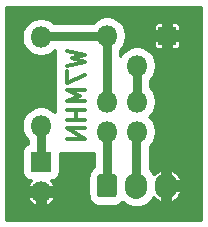
<source format=gbr>
%TF.GenerationSoftware,KiCad,Pcbnew,(5.1.6)-1*%
%TF.CreationDate,2020-09-16T17:07:53-06:00*%
%TF.ProjectId,2n2222 audio amp,326e3232-3232-4206-9175-64696f20616d,rev?*%
%TF.SameCoordinates,PX81d6480PY5163f00*%
%TF.FileFunction,Copper,L1,Top*%
%TF.FilePolarity,Positive*%
%FSLAX46Y46*%
G04 Gerber Fmt 4.6, Leading zero omitted, Abs format (unit mm)*
G04 Created by KiCad (PCBNEW (5.1.6)-1) date 2020-09-16 17:07:53*
%MOMM*%
%LPD*%
G01*
G04 APERTURE LIST*
%TA.AperFunction,NonConductor*%
%ADD10C,0.300000*%
%TD*%
%TA.AperFunction,ComponentPad*%
%ADD11R,1.500000X1.500000*%
%TD*%
%TA.AperFunction,ComponentPad*%
%ADD12O,1.800000X1.800000*%
%TD*%
%TA.AperFunction,ComponentPad*%
%ADD13R,1.700000X1.700000*%
%TD*%
%TA.AperFunction,ComponentPad*%
%ADD14O,1.900000X2.200000*%
%TD*%
%TA.AperFunction,Conductor*%
%ADD15C,0.750000*%
%TD*%
%TA.AperFunction,Conductor*%
%ADD16C,0.254000*%
%TD*%
G04 APERTURE END LIST*
D10*
X5782571Y14961715D02*
X7282571Y14604572D01*
X6211142Y14318858D01*
X7282571Y14033143D01*
X5782571Y13676000D01*
X5782571Y13247429D02*
X5782571Y12247429D01*
X7282571Y12890286D01*
X7282571Y11676000D02*
X5782571Y11676000D01*
X6854000Y11176000D01*
X5782571Y10676000D01*
X7282571Y10676000D01*
X7282571Y9961715D02*
X5782571Y9961715D01*
X6496857Y9961715D02*
X6496857Y9104572D01*
X7282571Y9104572D02*
X5782571Y9104572D01*
X7282571Y8390286D02*
X5782571Y8390286D01*
X7282571Y7533143D01*
X5782571Y7533143D01*
D11*
%TO.P,Q1,1*%
%TO.N,GND*%
X14224000Y16256000D03*
D12*
%TO.P,Q1,3*%
%TO.N,Net-(C1-Pad2)*%
X9144000Y16256000D03*
%TO.P,Q1,2*%
%TO.N,Net-(Q1-Pad2)*%
X11684000Y13716000D03*
%TD*%
%TO.P,R2,1*%
%TO.N,+5V*%
X9144000Y8128000D03*
%TO.P,R2,2*%
%TO.N,Net-(C1-Pad2)*%
X9144000Y10668000D03*
%TD*%
%TO.P,R1,2*%
%TO.N,Net-(J1-Pad2)*%
X11684000Y8128000D03*
%TO.P,R1,1*%
%TO.N,Net-(Q1-Pad2)*%
X11684000Y10668000D03*
%TD*%
%TO.P,J2,2*%
%TO.N,GND*%
X3556000Y3048000D03*
D13*
%TO.P,J2,1*%
%TO.N,Net-(C1-Pad1)*%
X3556000Y5588000D03*
%TD*%
%TO.P,J1,1*%
%TO.N,+5V*%
%TA.AperFunction,ComponentPad*%
G36*
G01*
X8294000Y2830900D02*
X8294000Y4281100D01*
G75*
G02*
X8543900Y4531000I249900J0D01*
G01*
X9744100Y4531000D01*
G75*
G02*
X9994000Y4281100I0J-249900D01*
G01*
X9994000Y2830900D01*
G75*
G02*
X9744100Y2581000I-249900J0D01*
G01*
X8543900Y2581000D01*
G75*
G02*
X8294000Y2830900I0J249900D01*
G01*
G37*
%TD.AperFunction*%
D14*
%TO.P,J1,2*%
%TO.N,Net-(J1-Pad2)*%
X11644000Y3556000D03*
%TO.P,J1,3*%
%TO.N,GND*%
X14144000Y3556000D03*
%TD*%
D12*
%TO.P,C1,2*%
%TO.N,Net-(C1-Pad2)*%
X3556000Y16136000D03*
%TO.P,C1,1*%
%TO.N,Net-(C1-Pad1)*%
X3556000Y8636000D03*
%TD*%
D15*
%TO.N,Net-(C1-Pad2)*%
X3676000Y16256000D02*
X3556000Y16136000D01*
X9144000Y16256000D02*
X3676000Y16256000D01*
X9144000Y16256000D02*
X9144000Y10668000D01*
%TO.N,Net-(C1-Pad1)*%
X3556000Y8636000D02*
X3556000Y5588000D01*
%TO.N,Net-(J1-Pad2)*%
X11644000Y8088000D02*
X11684000Y8128000D01*
X11644000Y3556000D02*
X11644000Y8088000D01*
%TO.N,Net-(Q1-Pad2)*%
X11684000Y10668000D02*
X11684000Y13716000D01*
%TO.N,+5V*%
X9144000Y3556000D02*
X9144000Y8128000D01*
%TD*%
D16*
%TO.N,GND*%
G36*
X17145000Y635000D02*
G01*
X635000Y635000D01*
X635000Y2488537D01*
X2408075Y2488537D01*
X2453059Y2404344D01*
X2599823Y2201539D01*
X2783332Y2031263D01*
X2996534Y1900059D01*
X3183000Y1920922D01*
X3183000Y2675000D01*
X3929000Y2675000D01*
X3929000Y1920922D01*
X4115466Y1900059D01*
X4328668Y2031263D01*
X4512177Y2201539D01*
X4658941Y2404344D01*
X4703925Y2488537D01*
X4678394Y2675000D01*
X3929000Y2675000D01*
X3183000Y2675000D01*
X2433606Y2675000D01*
X2408075Y2488537D01*
X635000Y2488537D01*
X635000Y16296245D01*
X1929000Y16296245D01*
X1929000Y15975755D01*
X1991525Y15661422D01*
X2114172Y15365327D01*
X2292227Y15098848D01*
X2518848Y14872227D01*
X2785327Y14694172D01*
X3081422Y14571525D01*
X3395755Y14509000D01*
X3716245Y14509000D01*
X4030578Y14571525D01*
X4326673Y14694172D01*
X4593152Y14872227D01*
X4722000Y15001075D01*
X4722000Y9770925D01*
X4593152Y9899773D01*
X4326673Y10077828D01*
X4030578Y10200475D01*
X3716245Y10263000D01*
X3395755Y10263000D01*
X3081422Y10200475D01*
X2785327Y10077828D01*
X2518848Y9899773D01*
X2292227Y9673152D01*
X2114172Y9406673D01*
X1991525Y9110578D01*
X1929000Y8796245D01*
X1929000Y8475755D01*
X1991525Y8161422D01*
X2114172Y7865327D01*
X2292227Y7598848D01*
X2454000Y7437075D01*
X2454000Y7121269D01*
X2426443Y7112910D01*
X2300147Y7045403D01*
X2189446Y6954554D01*
X2098597Y6843853D01*
X2031090Y6717557D01*
X1989520Y6580517D01*
X1975483Y6438000D01*
X1975483Y4738000D01*
X1989520Y4595483D01*
X2031090Y4458443D01*
X2098597Y4332147D01*
X2189446Y4221446D01*
X2300147Y4130597D01*
X2426443Y4063090D01*
X2563483Y4021520D01*
X2706000Y4007483D01*
X2721629Y4007483D01*
X2599823Y3894461D01*
X2453059Y3691656D01*
X2408075Y3607463D01*
X2433606Y3421000D01*
X3183000Y3421000D01*
X3183000Y3441000D01*
X3929000Y3441000D01*
X3929000Y3421000D01*
X4678394Y3421000D01*
X4703925Y3607463D01*
X4658941Y3691656D01*
X4512177Y3894461D01*
X4390371Y4007483D01*
X4406000Y4007483D01*
X4548517Y4021520D01*
X4685557Y4063090D01*
X4811853Y4130597D01*
X4922554Y4221446D01*
X5013403Y4332147D01*
X5080910Y4458443D01*
X5122480Y4595483D01*
X5136517Y4738000D01*
X5136517Y6299000D01*
X8042001Y6299000D01*
X8042000Y5119159D01*
X7999209Y5096287D01*
X7850640Y4974360D01*
X7728713Y4825791D01*
X7638113Y4656289D01*
X7582321Y4472370D01*
X7563483Y4281100D01*
X7563483Y2830900D01*
X7582321Y2639630D01*
X7638113Y2455711D01*
X7728713Y2286209D01*
X7850640Y2137640D01*
X7999209Y2015713D01*
X8168711Y1925113D01*
X8352630Y1869321D01*
X8543900Y1850483D01*
X9744100Y1850483D01*
X9935370Y1869321D01*
X10119289Y1925113D01*
X10288791Y2015713D01*
X10437360Y2137640D01*
X10481095Y2190931D01*
X10707802Y2004879D01*
X10999136Y1849158D01*
X11315252Y1753265D01*
X11644000Y1720886D01*
X11972749Y1753265D01*
X12288865Y1849158D01*
X12580199Y2004879D01*
X12835556Y2214444D01*
X13045121Y2469801D01*
X13113731Y2598162D01*
X13156101Y2539075D01*
X13344212Y2363003D01*
X13563058Y2227013D01*
X13576373Y2206530D01*
X13771000Y2231035D01*
X13771000Y3183000D01*
X14517000Y3183000D01*
X14517000Y2231035D01*
X14711627Y2206530D01*
X14724942Y2227013D01*
X14943788Y2363003D01*
X15131899Y2539075D01*
X15282046Y2748462D01*
X15388458Y2983118D01*
X15345040Y3183000D01*
X14517000Y3183000D01*
X13771000Y3183000D01*
X13751000Y3183000D01*
X13751000Y3929000D01*
X13771000Y3929000D01*
X13771000Y4880965D01*
X14517000Y4880965D01*
X14517000Y3929000D01*
X15345040Y3929000D01*
X15388458Y4128882D01*
X15282046Y4363538D01*
X15131899Y4572925D01*
X14943788Y4748997D01*
X14724942Y4884987D01*
X14711627Y4905470D01*
X14517000Y4880965D01*
X13771000Y4880965D01*
X13576373Y4905470D01*
X13563058Y4884987D01*
X13344212Y4748997D01*
X13156101Y4572925D01*
X13113731Y4513838D01*
X13045121Y4642199D01*
X12835556Y4897556D01*
X12746000Y4971052D01*
X12746000Y6889075D01*
X12947773Y7090848D01*
X13125828Y7357327D01*
X13248475Y7653422D01*
X13311000Y7967755D01*
X13311000Y8288245D01*
X13248475Y8602578D01*
X13125828Y8898673D01*
X12947773Y9165152D01*
X12721152Y9391773D01*
X12711833Y9398000D01*
X12721152Y9404227D01*
X12947773Y9630848D01*
X13125828Y9897327D01*
X13248475Y10193422D01*
X13311000Y10507755D01*
X13311000Y10828245D01*
X13248475Y11142578D01*
X13125828Y11438673D01*
X12947773Y11705152D01*
X12786000Y11866925D01*
X12786000Y12517075D01*
X12947773Y12678848D01*
X13125828Y12945327D01*
X13248475Y13241422D01*
X13311000Y13555755D01*
X13311000Y13876245D01*
X13248475Y14190578D01*
X13125828Y14486673D01*
X12947773Y14753152D01*
X12721152Y14979773D01*
X12454673Y15157828D01*
X12158578Y15280475D01*
X11844245Y15343000D01*
X11523755Y15343000D01*
X11209422Y15280475D01*
X10913327Y15157828D01*
X10646848Y14979773D01*
X10420227Y14753152D01*
X10246000Y14492402D01*
X10246000Y15057075D01*
X10407773Y15218848D01*
X10585828Y15485327D01*
X10594391Y15506000D01*
X13095176Y15506000D01*
X13102455Y15432095D01*
X13124012Y15361030D01*
X13159019Y15295537D01*
X13206131Y15238131D01*
X13263537Y15191019D01*
X13329030Y15156012D01*
X13400095Y15134455D01*
X13474000Y15127176D01*
X13756750Y15129000D01*
X13851000Y15223250D01*
X13851000Y15883000D01*
X14597000Y15883000D01*
X14597000Y15223250D01*
X14691250Y15129000D01*
X14974000Y15127176D01*
X15047905Y15134455D01*
X15118970Y15156012D01*
X15184463Y15191019D01*
X15241869Y15238131D01*
X15288981Y15295537D01*
X15323988Y15361030D01*
X15345545Y15432095D01*
X15352824Y15506000D01*
X15351000Y15788750D01*
X15256750Y15883000D01*
X14597000Y15883000D01*
X13851000Y15883000D01*
X13191250Y15883000D01*
X13097000Y15788750D01*
X13095176Y15506000D01*
X10594391Y15506000D01*
X10708475Y15781422D01*
X10771000Y16095755D01*
X10771000Y16416245D01*
X10708475Y16730578D01*
X10594392Y17006000D01*
X13095176Y17006000D01*
X13097000Y16723250D01*
X13191250Y16629000D01*
X13851000Y16629000D01*
X13851000Y17288750D01*
X14597000Y17288750D01*
X14597000Y16629000D01*
X15256750Y16629000D01*
X15351000Y16723250D01*
X15352824Y17006000D01*
X15345545Y17079905D01*
X15323988Y17150970D01*
X15288981Y17216463D01*
X15241869Y17273869D01*
X15184463Y17320981D01*
X15118970Y17355988D01*
X15047905Y17377545D01*
X14974000Y17384824D01*
X14691250Y17383000D01*
X14597000Y17288750D01*
X13851000Y17288750D01*
X13756750Y17383000D01*
X13474000Y17384824D01*
X13400095Y17377545D01*
X13329030Y17355988D01*
X13263537Y17320981D01*
X13206131Y17273869D01*
X13159019Y17216463D01*
X13124012Y17150970D01*
X13102455Y17079905D01*
X13095176Y17006000D01*
X10594392Y17006000D01*
X10585828Y17026673D01*
X10407773Y17293152D01*
X10181152Y17519773D01*
X9914673Y17697828D01*
X9618578Y17820475D01*
X9304245Y17883000D01*
X8983755Y17883000D01*
X8669422Y17820475D01*
X8373327Y17697828D01*
X8106848Y17519773D01*
X7945075Y17358000D01*
X4634925Y17358000D01*
X4593152Y17399773D01*
X4326673Y17577828D01*
X4030578Y17700475D01*
X3716245Y17763000D01*
X3395755Y17763000D01*
X3081422Y17700475D01*
X2785327Y17577828D01*
X2518848Y17399773D01*
X2292227Y17173152D01*
X2114172Y16906673D01*
X1991525Y16610578D01*
X1929000Y16296245D01*
X635000Y16296245D01*
X635000Y18669000D01*
X17145000Y18669000D01*
X17145000Y635000D01*
G37*
X17145000Y635000D02*
X635000Y635000D01*
X635000Y2488537D01*
X2408075Y2488537D01*
X2453059Y2404344D01*
X2599823Y2201539D01*
X2783332Y2031263D01*
X2996534Y1900059D01*
X3183000Y1920922D01*
X3183000Y2675000D01*
X3929000Y2675000D01*
X3929000Y1920922D01*
X4115466Y1900059D01*
X4328668Y2031263D01*
X4512177Y2201539D01*
X4658941Y2404344D01*
X4703925Y2488537D01*
X4678394Y2675000D01*
X3929000Y2675000D01*
X3183000Y2675000D01*
X2433606Y2675000D01*
X2408075Y2488537D01*
X635000Y2488537D01*
X635000Y16296245D01*
X1929000Y16296245D01*
X1929000Y15975755D01*
X1991525Y15661422D01*
X2114172Y15365327D01*
X2292227Y15098848D01*
X2518848Y14872227D01*
X2785327Y14694172D01*
X3081422Y14571525D01*
X3395755Y14509000D01*
X3716245Y14509000D01*
X4030578Y14571525D01*
X4326673Y14694172D01*
X4593152Y14872227D01*
X4722000Y15001075D01*
X4722000Y9770925D01*
X4593152Y9899773D01*
X4326673Y10077828D01*
X4030578Y10200475D01*
X3716245Y10263000D01*
X3395755Y10263000D01*
X3081422Y10200475D01*
X2785327Y10077828D01*
X2518848Y9899773D01*
X2292227Y9673152D01*
X2114172Y9406673D01*
X1991525Y9110578D01*
X1929000Y8796245D01*
X1929000Y8475755D01*
X1991525Y8161422D01*
X2114172Y7865327D01*
X2292227Y7598848D01*
X2454000Y7437075D01*
X2454000Y7121269D01*
X2426443Y7112910D01*
X2300147Y7045403D01*
X2189446Y6954554D01*
X2098597Y6843853D01*
X2031090Y6717557D01*
X1989520Y6580517D01*
X1975483Y6438000D01*
X1975483Y4738000D01*
X1989520Y4595483D01*
X2031090Y4458443D01*
X2098597Y4332147D01*
X2189446Y4221446D01*
X2300147Y4130597D01*
X2426443Y4063090D01*
X2563483Y4021520D01*
X2706000Y4007483D01*
X2721629Y4007483D01*
X2599823Y3894461D01*
X2453059Y3691656D01*
X2408075Y3607463D01*
X2433606Y3421000D01*
X3183000Y3421000D01*
X3183000Y3441000D01*
X3929000Y3441000D01*
X3929000Y3421000D01*
X4678394Y3421000D01*
X4703925Y3607463D01*
X4658941Y3691656D01*
X4512177Y3894461D01*
X4390371Y4007483D01*
X4406000Y4007483D01*
X4548517Y4021520D01*
X4685557Y4063090D01*
X4811853Y4130597D01*
X4922554Y4221446D01*
X5013403Y4332147D01*
X5080910Y4458443D01*
X5122480Y4595483D01*
X5136517Y4738000D01*
X5136517Y6299000D01*
X8042001Y6299000D01*
X8042000Y5119159D01*
X7999209Y5096287D01*
X7850640Y4974360D01*
X7728713Y4825791D01*
X7638113Y4656289D01*
X7582321Y4472370D01*
X7563483Y4281100D01*
X7563483Y2830900D01*
X7582321Y2639630D01*
X7638113Y2455711D01*
X7728713Y2286209D01*
X7850640Y2137640D01*
X7999209Y2015713D01*
X8168711Y1925113D01*
X8352630Y1869321D01*
X8543900Y1850483D01*
X9744100Y1850483D01*
X9935370Y1869321D01*
X10119289Y1925113D01*
X10288791Y2015713D01*
X10437360Y2137640D01*
X10481095Y2190931D01*
X10707802Y2004879D01*
X10999136Y1849158D01*
X11315252Y1753265D01*
X11644000Y1720886D01*
X11972749Y1753265D01*
X12288865Y1849158D01*
X12580199Y2004879D01*
X12835556Y2214444D01*
X13045121Y2469801D01*
X13113731Y2598162D01*
X13156101Y2539075D01*
X13344212Y2363003D01*
X13563058Y2227013D01*
X13576373Y2206530D01*
X13771000Y2231035D01*
X13771000Y3183000D01*
X14517000Y3183000D01*
X14517000Y2231035D01*
X14711627Y2206530D01*
X14724942Y2227013D01*
X14943788Y2363003D01*
X15131899Y2539075D01*
X15282046Y2748462D01*
X15388458Y2983118D01*
X15345040Y3183000D01*
X14517000Y3183000D01*
X13771000Y3183000D01*
X13751000Y3183000D01*
X13751000Y3929000D01*
X13771000Y3929000D01*
X13771000Y4880965D01*
X14517000Y4880965D01*
X14517000Y3929000D01*
X15345040Y3929000D01*
X15388458Y4128882D01*
X15282046Y4363538D01*
X15131899Y4572925D01*
X14943788Y4748997D01*
X14724942Y4884987D01*
X14711627Y4905470D01*
X14517000Y4880965D01*
X13771000Y4880965D01*
X13576373Y4905470D01*
X13563058Y4884987D01*
X13344212Y4748997D01*
X13156101Y4572925D01*
X13113731Y4513838D01*
X13045121Y4642199D01*
X12835556Y4897556D01*
X12746000Y4971052D01*
X12746000Y6889075D01*
X12947773Y7090848D01*
X13125828Y7357327D01*
X13248475Y7653422D01*
X13311000Y7967755D01*
X13311000Y8288245D01*
X13248475Y8602578D01*
X13125828Y8898673D01*
X12947773Y9165152D01*
X12721152Y9391773D01*
X12711833Y9398000D01*
X12721152Y9404227D01*
X12947773Y9630848D01*
X13125828Y9897327D01*
X13248475Y10193422D01*
X13311000Y10507755D01*
X13311000Y10828245D01*
X13248475Y11142578D01*
X13125828Y11438673D01*
X12947773Y11705152D01*
X12786000Y11866925D01*
X12786000Y12517075D01*
X12947773Y12678848D01*
X13125828Y12945327D01*
X13248475Y13241422D01*
X13311000Y13555755D01*
X13311000Y13876245D01*
X13248475Y14190578D01*
X13125828Y14486673D01*
X12947773Y14753152D01*
X12721152Y14979773D01*
X12454673Y15157828D01*
X12158578Y15280475D01*
X11844245Y15343000D01*
X11523755Y15343000D01*
X11209422Y15280475D01*
X10913327Y15157828D01*
X10646848Y14979773D01*
X10420227Y14753152D01*
X10246000Y14492402D01*
X10246000Y15057075D01*
X10407773Y15218848D01*
X10585828Y15485327D01*
X10594391Y15506000D01*
X13095176Y15506000D01*
X13102455Y15432095D01*
X13124012Y15361030D01*
X13159019Y15295537D01*
X13206131Y15238131D01*
X13263537Y15191019D01*
X13329030Y15156012D01*
X13400095Y15134455D01*
X13474000Y15127176D01*
X13756750Y15129000D01*
X13851000Y15223250D01*
X13851000Y15883000D01*
X14597000Y15883000D01*
X14597000Y15223250D01*
X14691250Y15129000D01*
X14974000Y15127176D01*
X15047905Y15134455D01*
X15118970Y15156012D01*
X15184463Y15191019D01*
X15241869Y15238131D01*
X15288981Y15295537D01*
X15323988Y15361030D01*
X15345545Y15432095D01*
X15352824Y15506000D01*
X15351000Y15788750D01*
X15256750Y15883000D01*
X14597000Y15883000D01*
X13851000Y15883000D01*
X13191250Y15883000D01*
X13097000Y15788750D01*
X13095176Y15506000D01*
X10594391Y15506000D01*
X10708475Y15781422D01*
X10771000Y16095755D01*
X10771000Y16416245D01*
X10708475Y16730578D01*
X10594392Y17006000D01*
X13095176Y17006000D01*
X13097000Y16723250D01*
X13191250Y16629000D01*
X13851000Y16629000D01*
X13851000Y17288750D01*
X14597000Y17288750D01*
X14597000Y16629000D01*
X15256750Y16629000D01*
X15351000Y16723250D01*
X15352824Y17006000D01*
X15345545Y17079905D01*
X15323988Y17150970D01*
X15288981Y17216463D01*
X15241869Y17273869D01*
X15184463Y17320981D01*
X15118970Y17355988D01*
X15047905Y17377545D01*
X14974000Y17384824D01*
X14691250Y17383000D01*
X14597000Y17288750D01*
X13851000Y17288750D01*
X13756750Y17383000D01*
X13474000Y17384824D01*
X13400095Y17377545D01*
X13329030Y17355988D01*
X13263537Y17320981D01*
X13206131Y17273869D01*
X13159019Y17216463D01*
X13124012Y17150970D01*
X13102455Y17079905D01*
X13095176Y17006000D01*
X10594392Y17006000D01*
X10585828Y17026673D01*
X10407773Y17293152D01*
X10181152Y17519773D01*
X9914673Y17697828D01*
X9618578Y17820475D01*
X9304245Y17883000D01*
X8983755Y17883000D01*
X8669422Y17820475D01*
X8373327Y17697828D01*
X8106848Y17519773D01*
X7945075Y17358000D01*
X4634925Y17358000D01*
X4593152Y17399773D01*
X4326673Y17577828D01*
X4030578Y17700475D01*
X3716245Y17763000D01*
X3395755Y17763000D01*
X3081422Y17700475D01*
X2785327Y17577828D01*
X2518848Y17399773D01*
X2292227Y17173152D01*
X2114172Y16906673D01*
X1991525Y16610578D01*
X1929000Y16296245D01*
X635000Y16296245D01*
X635000Y18669000D01*
X17145000Y18669000D01*
X17145000Y635000D01*
%TD*%
M02*

</source>
